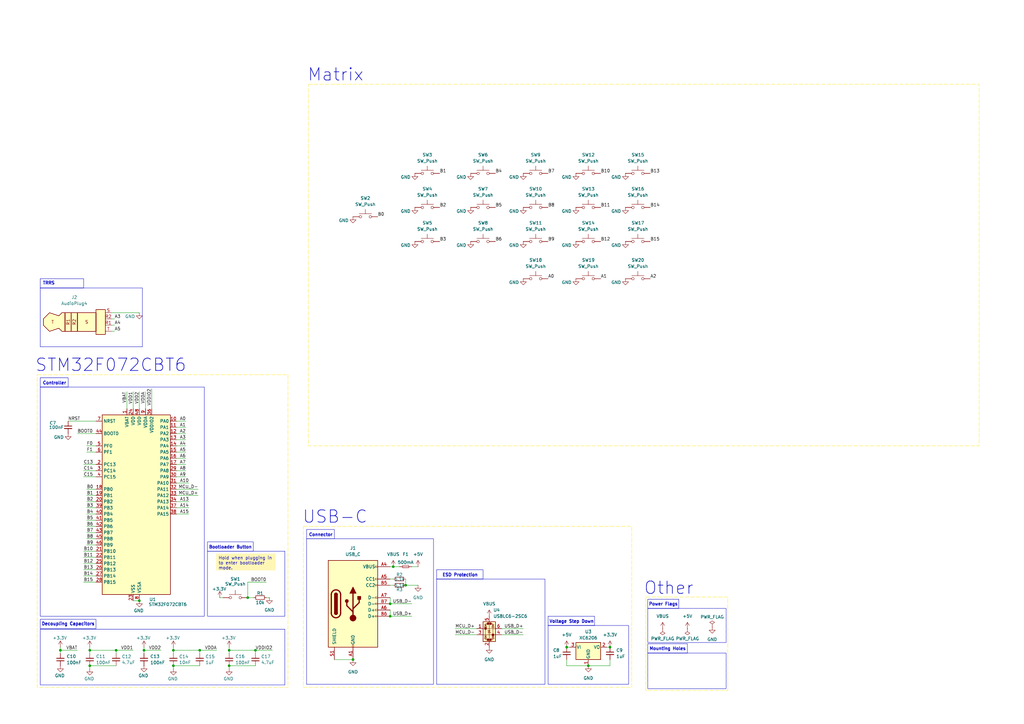
<source format=kicad_sch>
(kicad_sch (version 20231120) (generator "eeschema") (generator_version "8.0")
  (paper "A3")
  (title_block (rev "V1.0.0"))
  (lib_symbols
    (symbol "Connector:USB_C_Receptacle_USB2.0_14P" (pin_names (offset 1.016))
      (property "Reference" "J" (at 0 22.225 0))
      (property "Value" "USB_C_Receptacle_USB2.0_14P" (at 0 19.685 0))
      (symbol "USB_C_Receptacle_USB2.0_14P_0_0"
        (rectangle (start -0.254 -17.78) (end 0.254 -16.764))
        (rectangle (start 10.16 -4.826) (end 9.144 -5.334))
        (rectangle (start 10.16 -2.286) (end 9.144 -2.794))
        (rectangle (start 10.16 0.254) (end 9.144 -0.254))
        (rectangle (start 10.16 2.794) (end 9.144 2.286))
        (rectangle (start 10.16 7.874) (end 9.144 7.366))
        (rectangle (start 10.16 10.414) (end 9.144 9.906))
        (rectangle (start 10.16 15.494) (end 9.144 14.986))
      )
      (symbol "USB_C_Receptacle_USB2.0_14P_0_1"
        (rectangle (start -10.16 17.78) (end 10.16 -17.78) (stroke (width 0.254)) (fill (type background)))
        (arc (start -8.89 -3.81) (mid -6.985 -5.7067) (end -5.08 -3.81) (stroke (width 0.508)))
        (arc (start -7.62 -3.81) (mid -6.985 -4.4423) (end -6.35 -3.81) (stroke (width 0.254)))
        (arc (start -7.62 -3.81) (mid -6.985 -4.4423) (end -6.35 -3.81) (stroke (width 0.254)) (fill (type outline)))
        (rectangle (start -7.62 -3.81) (end -6.35 3.81) (stroke (width 0.254)) (fill (type outline)))
        (arc (start -6.35 3.81) (mid -6.985 4.4423) (end -7.62 3.81) (stroke (width 0.254)))
        (arc (start -6.35 3.81) (mid -6.985 4.4423) (end -7.62 3.81) (stroke (width 0.254)) (fill (type outline)))
        (arc (start -5.08 3.81) (mid -6.985 5.7067) (end -8.89 3.81) (stroke (width 0.508)))
        (circle (center -2.54 1.143) (radius 0.635) (stroke (width 0.254)) (fill (type outline)))
        (circle (center 0 -5.842) (radius 1.27) (fill (type outline)))
        (polyline (pts (xy -8.89 -3.81) (xy -8.89 3.81)) (stroke (width 0.508)))
        (polyline (pts (xy -5.08 3.81) (xy -5.08 -3.81)) (stroke (width 0.508)))
        (polyline (pts (xy 0 -5.842) (xy 0 4.318)) (stroke (width 0.508)))
        (polyline (pts (xy 0 -3.302) (xy -2.54 -0.762) (xy -2.54 0.508)) (stroke (width 0.508)))
        (polyline (pts (xy 0 -2.032) (xy 2.54 0.508) (xy 2.54 1.778)) (stroke (width 0.508)))
        (polyline (pts (xy -1.27 4.318) (xy 0 6.858) (xy 1.27 4.318) (xy -1.27 4.318)) (stroke (width 0.254)) (fill (type outline)))
        (rectangle (start 1.905 1.778) (end 3.175 3.048) (stroke (width 0.254)) (fill (type outline)))
      )
      (symbol "USB_C_Receptacle_USB2.0_14P_1_1"
        (pin passive line (at 0 -22.86 90) (length 5.08) (name "GND") (number "A1"))
        (pin passive line (at 0 -22.86 90) (length 5.08) hide (name "GND") (number "A12"))
        (pin passive line (at 15.24 15.24 180) (length 5.08) (name "VBUS") (number "A4"))
        (pin bidirectional line (at 15.24 10.16 180) (length 5.08) (name "CC1") (number "A5"))
        (pin bidirectional line (at 15.24 -2.54 180) (length 5.08) (name "D+") (number "A6"))
        (pin bidirectional line (at 15.24 2.54 180) (length 5.08) (name "D-") (number "A7"))
        (pin passive line (at 15.24 15.24 180) (length 5.08) hide (name "VBUS") (number "A9"))
        (pin passive line (at 0 -22.86 90) (length 5.08) hide (name "GND") (number "B1"))
        (pin passive line (at 0 -22.86 90) (length 5.08) hide (name "GND") (number "B12"))
        (pin passive line (at 15.24 15.24 180) (length 5.08) hide (name "VBUS") (number "B4"))
        (pin bidirectional line (at 15.24 7.62 180) (length 5.08) (name "CC2") (number "B5"))
        (pin bidirectional line (at 15.24 -5.08 180) (length 5.08) (name "D+") (number "B6"))
        (pin bidirectional line (at 15.24 0 180) (length 5.08) (name "D-") (number "B7"))
        (pin passive line (at 15.24 15.24 180) (length 5.08) hide (name "VBUS") (number "B9"))
        (pin passive line (at -7.62 -22.86 90) (length 5.08) (name "SHIELD") (number "S1"))
      )
    )
    (symbol "Connector_Audio:AudioPlug4"
      (property "Reference" "J" (at 10.16 5.08 0))
      (property "Value" "AudioPlug4" (at 11.43 -7.62 0))
      (symbol "AudioPlug4_0_0"
        (text "R1" (at -2.54 -1.27 900) (effects (font (size 1.27 1.27))))
        (text "R2" (at 0 -1.27 900) (effects (font (size 1.27 1.27))))
        (text "S" (at 5.08 -1.27 0) (effects (font (size 1.27 1.27))))
        (text "T" (at -8.89 -1.27 0) (effects (font (size 1.27 1.27))))
      )
      (symbol "AudioPlug4_0_1"
        (rectangle (start -1.27 2.54) (end -3.81 -5.08) (stroke (width 0.254)) (fill (type background)))
        (polyline (pts (xy -3.81 2.54) (xy -5.08 2.54) (xy -6.35 1.27) (xy -10.16 2.54) (xy -12.7 0) (xy -12.7 -2.54) (xy -10.16 -5.08) (xy -6.35 -3.81) (xy -5.08 -5.08) (xy -3.81 -5.08) (xy -3.81 2.54)) (stroke (width 0.254)) (fill (type background)))
        (rectangle (start 1.27 2.54) (end -1.27 -5.08) (stroke (width 0.254)) (fill (type background)))
        (rectangle (start 1.27 2.54) (end 8.89 -5.08) (stroke (width 0.254)) (fill (type background)))
        (rectangle (start 12.7 3.81) (end 8.89 -6.35) (stroke (width 0.254)) (fill (type background)))
      )
      (symbol "AudioPlug4_1_1"
        (pin passive line (at 15.24 -2.54 180) (length 2.54) (name "~") (number "R1"))
        (pin passive line (at 15.24 0 180) (length 2.54) (name "~") (number "R2"))
        (pin passive line (at 15.24 2.54 180) (length 2.54) (name "~") (number "S"))
        (pin passive line (at 15.24 -5.08 180) (length 2.54) (name "~") (number "T"))
      )
    )
    (symbol "Device:C_Small" (pin_numbers hide) (pin_names (offset 0.254) hide)
      (property "Reference" "C" (at 0.254 1.778 0))
      (property "Value" "C_Small" (at 0.254 -2.032 0))
      (symbol "C_Small_0_1"
        (polyline (pts (xy -1.524 -0.508) (xy 1.524 -0.508)) (stroke (width 0.3302)))
        (polyline (pts (xy -1.524 0.508) (xy 1.524 0.508)) (stroke (width 0.3048)))
      )
      (symbol "C_Small_1_1"
        (pin passive line (at 0 2.54 270) (length 2.032) (name "~") (number "1"))
        (pin passive line (at 0 -2.54 90) (length 2.032) (name "~") (number "2"))
      )
    )
    (symbol "Device:Fuse_Small" (pin_numbers hide) (pin_names (offset 0.254) hide)
      (property "Reference" "F" (at 0 -1.524 0))
      (property "Value" "Fuse_Small" (at 0 1.524 0))
      (symbol "Fuse_Small_0_1"
        (rectangle (start -1.27 0.508) (end 1.27 -0.508))
        (polyline (pts (xy -1.27 0) (xy 1.27 0)))
      )
      (symbol "Fuse_Small_1_1"
        (pin passive line (at -2.54 0 0) (length 1.27) (name "~") (number "1"))
        (pin passive line (at 2.54 0 180) (length 1.27) (name "~") (number "2"))
      )
    )
    (symbol "Device:R_Small" (pin_numbers hide) (pin_names (offset 0.254) hide)
      (property "Reference" "R" (at 0.762 0.508 0))
      (property "Value" "R_Small" (at 0.762 -1.016 0))
      (symbol "R_Small_0_1"
        (rectangle (start -0.762 1.778) (end 0.762 -1.778) (stroke (width 0.2032)))
      )
      (symbol "R_Small_1_1"
        (pin passive line (at 0 2.54 270) (length 0.762) (name "~") (number "1"))
        (pin passive line (at 0 -2.54 90) (length 0.762) (name "~") (number "2"))
      )
    )
    (symbol "MCU_ST_STM32F0:STM32F072CBTx"
      (property "Reference" "U" (at -12.7 39.37 0))
      (property "Value" "STM32F072CBTx" (at 10.16 39.37 0))
      (symbol "STM32F072CBTx_0_1"
        (rectangle (start -12.7 -35.56) (end 15.24 38.1) (stroke (width 0.254)) (fill (type background)))
      )
      (symbol "STM32F072CBTx_1_1"
        (pin power_in line (at -2.54 40.64 270) (length 2.54) (name "VBAT") (number "1"))
        (pin bidirectional line (at 17.78 35.56 180) (length 2.54) (name "PA0") (number "10"))
        (pin bidirectional line (at 17.78 33.02 180) (length 2.54) (name "PA1") (number "11"))
        (pin bidirectional line (at 17.78 30.48 180) (length 2.54) (name "PA2") (number "12"))
        (pin bidirectional line (at 17.78 27.94 180) (length 2.54) (name "PA3") (number "13"))
        (pin bidirectional line (at 17.78 25.4 180) (length 2.54) (name "PA4") (number "14"))
        (pin bidirectional line (at 17.78 22.86 180) (length 2.54) (name "PA5") (number "15"))
        (pin bidirectional line (at 17.78 20.32 180) (length 2.54) (name "PA6") (number "16"))
        (pin bidirectional line (at 17.78 17.78 180) (length 2.54) (name "PA7") (number "17"))
        (pin bidirectional line (at -15.24 7.62 0) (length 2.54) (name "PB0") (number "18"))
        (pin bidirectional line (at -15.24 5.08 0) (length 2.54) (name "PB1") (number "19"))
        (pin bidirectional line (at -15.24 17.78 0) (length 2.54) (name "PC13") (number "2"))
        (pin bidirectional line (at -15.24 2.54 0) (length 2.54) (name "PB2") (number "20"))
        (pin bidirectional line (at -15.24 -17.78 0) (length 2.54) (name "PB10") (number "21"))
        (pin bidirectional line (at -15.24 -20.32 0) (length 2.54) (name "PB11") (number "22"))
        (pin power_in line (at 0 -38.1 90) (length 2.54) (name "VSS") (number "23"))
        (pin power_in line (at 0 40.64 270) (length 2.54) (name "VDD") (number "24"))
        (pin bidirectional line (at -15.24 -22.86 0) (length 2.54) (name "PB12") (number "25"))
        (pin bidirectional line (at -15.24 -25.4 0) (length 2.54) (name "PB13") (number "26"))
        (pin bidirectional line (at -15.24 -27.94 0) (length 2.54) (name "PB14") (number "27"))
        (pin bidirectional line (at -15.24 -30.48 0) (length 2.54) (name "PB15") (number "28"))
        (pin bidirectional line (at 17.78 15.24 180) (length 2.54) (name "PA8") (number "29"))
        (pin bidirectional line (at -15.24 15.24 0) (length 2.54) (name "PC14") (number "3"))
        (pin bidirectional line (at 17.78 12.7 180) (length 2.54) (name "PA9") (number "30"))
        (pin bidirectional line (at 17.78 10.16 180) (length 2.54) (name "PA10") (number "31"))
        (pin bidirectional line (at 17.78 7.62 180) (length 2.54) (name "PA11") (number "32"))
        (pin bidirectional line (at 17.78 5.08 180) (length 2.54) (name "PA12") (number "33"))
        (pin bidirectional line (at 17.78 2.54 180) (length 2.54) (name "PA13") (number "34"))
        (pin passive line (at 0 -38.1 90) (length 2.54) hide (name "VSS") (number "35"))
        (pin power_in line (at 7.62 40.64 270) (length 2.54) (name "VDDIO2") (number "36"))
        (pin bidirectional line (at 17.78 0 180) (length 2.54) (name "PA14") (number "37"))
        (pin bidirectional line (at 17.78 -2.54 180) (length 2.54) (name "PA15") (number "38"))
        (pin bidirectional line (at -15.24 0 0) (length 2.54) (name "PB3") (number "39"))
        (pin bidirectional line (at -15.24 12.7 0) (length 2.54) (name "PC15") (number "4"))
        (pin bidirectional line (at -15.24 -2.54 0) (length 2.54) (name "PB4") (number "40"))
        (pin bidirectional line (at -15.24 -5.08 0) (length 2.54) (name "PB5") (number "41"))
        (pin bidirectional line (at -15.24 -7.62 0) (length 2.54) (name "PB6") (number "42"))
        (pin bidirectional line (at -15.24 -10.16 0) (length 2.54) (name "PB7") (number "43"))
        (pin input line (at -15.24 30.48 0) (length 2.54) (name "BOOT0") (number "44"))
        (pin bidirectional line (at -15.24 -12.7 0) (length 2.54) (name "PB8") (number "45"))
        (pin bidirectional line (at -15.24 -15.24 0) (length 2.54) (name "PB9") (number "46"))
        (pin passive line (at 0 -38.1 90) (length 2.54) hide (name "VSS") (number "47"))
        (pin power_in line (at 2.54 40.64 270) (length 2.54) (name "VDD") (number "48"))
        (pin bidirectional line (at -15.24 25.4 0) (length 2.54) (name "PF0") (number "5"))
        (pin bidirectional line (at -15.24 22.86 0) (length 2.54) (name "PF1") (number "6"))
        (pin input line (at -15.24 35.56 0) (length 2.54) (name "NRST") (number "7"))
        (pin power_in line (at 2.54 -38.1 90) (length 2.54) (name "VSSA") (number "8"))
        (pin power_in line (at 5.08 40.64 270) (length 2.54) (name "VDDA") (number "9"))
      )
    )
    (symbol "Power_Protection:USBLC6-2SC6" (pin_names hide)
      (property "Reference" "U" (at 0.635 5.715 0))
      (property "Value" "USBLC6-2SC6" (at 0.635 3.81 0))
      (symbol "USBLC6-2SC6_0_0"
        (circle (center -1.524 0) (radius 0.0001) (stroke (width 0.508)))
        (circle (center -0.508 -4.572) (radius 0.0001) (stroke (width 0.508)))
        (circle (center -0.508 2.032) (radius 0.0001) (stroke (width 0.508)))
        (circle (center 0.508 -4.572) (radius 0.0001) (stroke (width 0.508)))
        (circle (center 0.508 2.032) (radius 0.0001) (stroke (width 0.508)))
        (circle (center 1.524 -2.54) (radius 0.0001) (stroke (width 0.508)))
      )
      (symbol "USBLC6-2SC6_0_1"
        (polyline (pts (xy -2.54 -2.54) (xy 2.54 -2.54)))
        (polyline (pts (xy -2.54 0) (xy 2.54 0)))
        (polyline (pts (xy -2.032 -3.048) (xy -1.016 -3.048)))
        (polyline (pts (xy -1.016 1.524) (xy -2.032 1.524)))
        (polyline (pts (xy 1.016 -3.048) (xy 2.032 -3.048)))
        (polyline (pts (xy 1.016 1.524) (xy 2.032 1.524)))
        (polyline (pts (xy -0.508 -1.143) (xy -0.508 -0.762) (xy 0.508 -0.762)))
        (polyline (pts (xy -2.032 0.508) (xy -1.016 0.508) (xy -1.524 1.524) (xy -2.032 0.508)))
        (polyline (pts (xy -1.016 -4.064) (xy -2.032 -4.064) (xy -1.524 -3.048) (xy -1.016 -4.064)))
        (polyline (pts (xy 0.508 -1.778) (xy -0.508 -1.778) (xy 0 -0.762) (xy 0.508 -1.778)))
        (polyline (pts (xy 2.032 -4.064) (xy 1.016 -4.064) (xy 1.524 -3.048) (xy 2.032 -4.064)))
        (polyline (pts (xy 2.032 0.508) (xy 1.016 0.508) (xy 1.524 1.524) (xy 2.032 0.508)))
        (polyline (pts (xy 0 2.54) (xy -0.508 2.032) (xy 0.508 2.032) (xy 0 1.524) (xy 0 -4.064) (xy -0.508 -4.572) (xy 0.508 -4.572) (xy 0 -5.08)))
      )
      (symbol "USBLC6-2SC6_1_1"
        (rectangle (start -2.54 2.794) (end 2.54 -5.334) (stroke (width 0.254)) (fill (type background)))
        (polyline (pts (xy -0.508 2.032) (xy -1.524 2.032) (xy -1.524 -4.572) (xy -0.508 -4.572)))
        (polyline (pts (xy 0.508 -4.572) (xy 1.524 -4.572) (xy 1.524 2.032) (xy 0.508 2.032)))
        (pin passive line (at -5.08 0 0) (length 2.54) (name "I/O1") (number "1"))
        (pin passive line (at 0 -7.62 90) (length 2.54) (name "GND") (number "2"))
        (pin passive line (at -5.08 -2.54 0) (length 2.54) (name "I/O2") (number "3"))
        (pin passive line (at 5.08 -2.54 180) (length 2.54) (name "I/O2") (number "4"))
        (pin passive line (at 0 5.08 270) (length 2.54) (name "VBUS") (number "5"))
        (pin passive line (at 5.08 0 180) (length 2.54) (name "I/O1") (number "6"))
      )
    )
    (symbol "Regulator_Linear:XC6206PxxxMR" (pin_names (offset 0.254))
      (property "Reference" "U" (at -3.81 3.175 0))
      (property "Value" "XC6206PxxxMR" (at 0 3.175 0))
      (symbol "XC6206PxxxMR_0_1"
        (rectangle (start -5.08 1.905) (end 5.08 -5.08) (stroke (width 0.254)) (fill (type background)))
      )
      (symbol "XC6206PxxxMR_1_1"
        (pin power_in line (at 0 -7.62 90) (length 2.54) (name "GND") (number "1"))
        (pin power_out line (at 7.62 0 180) (length 2.54) (name "VO") (number "2"))
        (pin power_in line (at -7.62 0 0) (length 2.54) (name "VI") (number "3"))
      )
    )
    (symbol "Switch:SW_Push" (pin_numbers hide) (pin_names (offset 1.016) hide)
      (property "Reference" "SW" (at 1.27 2.54 0))
      (property "Value" "SW_Push" (at 0 -1.524 0))
      (symbol "SW_Push_0_1"
        (circle (center -2.032 0) (radius 0.508))
        (polyline (pts (xy 0 1.27) (xy 0 3.048)))
        (polyline (pts (xy 2.54 1.27) (xy -2.54 1.27)))
        (circle (center 2.032 0) (radius 0.508))
        (pin passive line (at -5.08 0 0) (length 2.54) (name "1") (number "1"))
        (pin passive line (at 5.08 0 180) (length 2.54) (name "2") (number "2"))
      )
    )
    (symbol "power:+3.3V" (power) (pin_numbers hide) (pin_names (offset 0) hide)
      (property "Value" "+3.3V" (at 0 3.556 0))
      (symbol "+3.3V_0_1"
        (polyline (pts (xy -0.762 1.27) (xy 0 2.54)))
        (polyline (pts (xy 0 0) (xy 0 2.54)))
        (polyline (pts (xy 0 2.54) (xy 0.762 1.27)))
      )
      (symbol "+3.3V_1_1"
        (pin power_in line (at 0 0 90) (length 0) (name "~") (number "1"))
      )
    )
    (symbol "power:+5V" (power) (pin_numbers hide) (pin_names (offset 0) hide)
      (property "Value" "+5V" (at 0 3.556 0))
      (symbol "+5V_0_1"
        (polyline (pts (xy -0.762 1.27) (xy 0 2.54)))
        (polyline (pts (xy 0 0) (xy 0 2.54)))
        (polyline (pts (xy 0 2.54) (xy 0.762 1.27)))
      )
      (symbol "+5V_1_1"
        (pin power_in line (at 0 0 90) (length 0) (name "~") (number "1"))
      )
    )
    (symbol "power:GND" (power) (pin_numbers hide) (pin_names (offset 0) hide)
      (property "Value" "GND" (at 0 -3.81 0))
      (symbol "GND_0_1"
        (polyline (pts (xy 0 0) (xy 0 -1.27) (xy 1.27 -1.27) (xy 0 -2.54) (xy -1.27 -1.27) (xy 0 -1.27)))
      )
      (symbol "GND_1_1"
        (pin power_in line (at 0 0 270) (length 0) (name "~") (number "1"))
      )
    )
    (symbol "power:PWR_FLAG" (power) (pin_numbers hide) (pin_names (offset 0) hide)
      (property "Value" "PWR_FLAG" (at 0 3.81 0))
      (symbol "PWR_FLAG_0_0"
        (pin power_out line (at 0 0 90) (length 0) (name "~") (number "1"))
      )
      (symbol "PWR_FLAG_0_1"
        (polyline (pts (xy 0 0) (xy 0 1.27) (xy -1.016 1.905) (xy 0 2.54) (xy 1.016 1.905) (xy 0 1.27)))
      )
    )
    (symbol "power:VBUS" (power) (pin_numbers hide) (pin_names (offset 0) hide)
      (property "Value" "VBUS" (at 0 3.556 0))
      (symbol "VBUS_0_1"
        (polyline (pts (xy -0.762 1.27) (xy 0 2.54)))
        (polyline (pts (xy 0 0) (xy 0 2.54)))
        (polyline (pts (xy 0 2.54) (xy 0.762 1.27)))
      )
      (symbol "VBUS_1_1"
        (pin power_in line (at 0 0 90) (length 0) (name "~") (number "1"))
      )
    )
  )
  (junction (at 71.12 273.05))
  (junction (at 161.29 232.41))
  (junction (at 232.41 265.43))
  (junction (at 47.625 266.7))
  (junction (at 59.055 266.7))
  (junction (at 57.15 246.38))
  (junction (at 144.78 270.51))
  (junction (at 36.83 273.05))
  (junction (at 160.02 247.65))
  (junction (at 101.6 245.11))
  (junction (at 160.02 252.73))
  (junction (at 104.775 266.7))
  (junction (at 24.765 266.7))
  (junction (at 93.98 273.05))
  (junction (at 36.83 266.7))
  (junction (at 81.915 266.7))
  (junction (at 166.37 240.03))
  (junction (at 71.12 266.7))
  (junction (at 241.3 273.05))
  (junction (at 250.19 265.43))
  (junction (at 93.98 266.7))
  (wire (pts (xy 34.29 231.14) (xy 39.37 231.14)))
  (wire (pts (xy 34.29 238.76) (xy 39.37 238.76)))
  (wire (pts (xy 45.72 135.89) (xy 46.99 135.89)))
  (wire (pts (xy 71.12 266.7) (xy 71.12 267.97)))
  (wire (pts (xy 34.29 193.04) (xy 39.37 193.04)))
  (wire (pts (xy 160.02 250.19) (xy 160.02 252.73)))
  (wire (pts (xy 160.02 232.41) (xy 161.29 232.41)))
  (wire (pts (xy 52.07 160.655) (xy 52.07 167.64)))
  (wire (pts (xy 27.94 172.72) (xy 39.37 172.72)))
  (wire (pts (xy 76.2 193.04) (xy 72.39 193.04)))
  (wire (pts (xy 248.92 265.43) (xy 250.19 265.43)))
  (wire (pts (xy 76.2 185.42) (xy 72.39 185.42)))
  (wire (pts (xy 24.765 266.7) (xy 24.765 267.97)))
  (wire (pts (xy 101.6 245.11) (xy 104.14 245.11)))
  (wire (pts (xy 47.625 266.7) (xy 47.625 267.97)))
  (wire (pts (xy 81.28 200.66) (xy 72.39 200.66)))
  (wire (pts (xy 24.765 265.43) (xy 24.765 266.7)))
  (wire (pts (xy 137.16 270.51) (xy 144.78 270.51)))
  (wire (pts (xy 166.37 237.49) (xy 166.37 240.03)))
  (wire (pts (xy 76.2 195.58) (xy 72.39 195.58)))
  (wire (pts (xy 160.02 245.11) (xy 160.02 247.65)))
  (wire (pts (xy 168.91 232.41) (xy 171.45 232.41)))
  (wire (pts (xy 241.3 273.05) (xy 250.19 273.05)))
  (wire (pts (xy 35.56 218.44) (xy 39.37 218.44)))
  (wire (pts (xy 35.56 213.36) (xy 39.37 213.36)))
  (wire (pts (xy 93.98 273.05) (xy 104.775 273.05)))
  (wire (pts (xy 36.83 273.05) (xy 47.625 273.05)))
  (wire (pts (xy 45.72 128.27) (xy 57.15 128.27)))
  (wire (pts (xy 77.47 210.82) (xy 72.39 210.82)))
  (wire (pts (xy 35.56 203.2) (xy 39.37 203.2)))
  (wire (pts (xy 34.29 228.6) (xy 39.37 228.6)))
  (wire (pts (xy 160.02 237.49) (xy 161.29 237.49)))
  (wire (pts (xy 76.2 180.34) (xy 72.39 180.34)))
  (wire (pts (xy 250.19 270.51) (xy 250.19 273.05)))
  (wire (pts (xy 232.41 265.43) (xy 233.68 265.43)))
  (wire (pts (xy 35.56 182.88) (xy 39.37 182.88)))
  (wire (pts (xy 45.72 133.35) (xy 46.99 133.35)))
  (wire (pts (xy 76.2 172.72) (xy 72.39 172.72)))
  (wire (pts (xy 186.69 257.81) (xy 195.58 257.81)))
  (wire (pts (xy 66.04 266.7) (xy 59.055 266.7)))
  (wire (pts (xy 109.22 245.11) (xy 110.49 245.11)))
  (wire (pts (xy 161.29 232.41) (xy 163.83 232.41)))
  (wire (pts (xy 104.775 266.7) (xy 111.76 266.7)))
  (wire (pts (xy 54.61 246.38) (xy 57.15 246.38)))
  (wire (pts (xy 36.83 274.32) (xy 36.83 273.05)))
  (wire (pts (xy 59.69 160.655) (xy 59.69 167.64)))
  (wire (pts (xy 62.23 159.385) (xy 62.23 167.64)))
  (wire (pts (xy 35.56 208.28) (xy 39.37 208.28)))
  (wire (pts (xy 34.29 226.06) (xy 39.37 226.06)))
  (wire (pts (xy 34.29 233.68) (xy 39.37 233.68)))
  (wire (pts (xy 93.98 265.43) (xy 93.98 266.7)))
  (wire (pts (xy 71.12 274.32) (xy 71.12 273.05)))
  (wire (pts (xy 214.63 260.35) (xy 205.74 260.35)))
  (wire (pts (xy 186.69 260.35) (xy 195.58 260.35)))
  (wire (pts (xy 35.56 205.74) (xy 39.37 205.74)))
  (wire (pts (xy 76.2 175.26) (xy 72.39 175.26)))
  (wire (pts (xy 34.29 236.22) (xy 39.37 236.22)))
  (wire (pts (xy 36.83 265.43) (xy 36.83 266.7)))
  (wire (pts (xy 77.47 208.28) (xy 72.39 208.28)))
  (wire (pts (xy 57.15 160.655) (xy 57.15 167.64)))
  (wire (pts (xy 93.98 266.7) (xy 93.98 267.97)))
  (wire (pts (xy 214.63 257.81) (xy 205.74 257.81)))
  (wire (pts (xy 232.41 273.05) (xy 241.3 273.05)))
  (wire (pts (xy 101.6 238.76) (xy 101.6 245.11)))
  (wire (pts (xy 46.99 130.81) (xy 45.72 130.81)))
  (wire (pts (xy 47.625 266.7) (xy 54.61 266.7)))
  (wire (pts (xy 168.91 247.65) (xy 160.02 247.65)))
  (wire (pts (xy 168.91 252.73) (xy 160.02 252.73)))
  (wire (pts (xy 81.28 203.2) (xy 72.39 203.2)))
  (wire (pts (xy 59.055 266.7) (xy 59.055 267.97)))
  (wire (pts (xy 76.2 190.5) (xy 72.39 190.5)))
  (wire (pts (xy 76.2 182.88) (xy 72.39 182.88)))
  (wire (pts (xy 35.56 185.42) (xy 39.37 185.42)))
  (wire (pts (xy 71.12 273.05) (xy 81.915 273.05)))
  (wire (pts (xy 232.41 270.51) (xy 232.41 273.05)))
  (wire (pts (xy 34.29 195.58) (xy 39.37 195.58)))
  (wire (pts (xy 59.055 265.43) (xy 59.055 266.7)))
  (wire (pts (xy 76.2 177.8) (xy 72.39 177.8)))
  (wire (pts (xy 90.17 245.11) (xy 91.44 245.11)))
  (wire (pts (xy 93.98 274.32) (xy 93.98 273.05)))
  (wire (pts (xy 71.12 265.43) (xy 71.12 266.7)))
  (wire (pts (xy 36.83 266.7) (xy 47.625 266.7)))
  (wire (pts (xy 109.22 238.76) (xy 101.6 238.76)))
  (wire (pts (xy 35.56 223.52) (xy 39.37 223.52)))
  (wire (pts (xy 104.775 266.7) (xy 104.775 267.97)))
  (wire (pts (xy 81.915 266.7) (xy 81.915 267.97)))
  (wire (pts (xy 35.56 210.82) (xy 39.37 210.82)))
  (wire (pts (xy 36.83 266.7) (xy 36.83 267.97)))
  (wire (pts (xy 160.02 240.03) (xy 161.29 240.03)))
  (wire (pts (xy 31.75 266.7) (xy 24.765 266.7)))
  (wire (pts (xy 54.61 160.655) (xy 54.61 167.64)))
  (wire (pts (xy 71.12 266.7) (xy 81.915 266.7)))
  (wire (pts (xy 81.915 266.7) (xy 88.9 266.7)))
  (wire (pts (xy 77.47 198.12) (xy 72.39 198.12)))
  (wire (pts (xy 77.47 205.74) (xy 72.39 205.74)))
  (wire (pts (xy 35.56 220.98) (xy 39.37 220.98)))
  (wire (pts (xy 76.2 187.96) (xy 72.39 187.96)))
  (wire (pts (xy 31.75 177.8) (xy 39.37 177.8)))
  (wire (pts (xy 34.29 190.5) (xy 39.37 190.5)))
  (wire (pts (xy 166.37 240.03) (xy 171.45 240.03)))
  (wire (pts (xy 35.56 200.66) (xy 39.37 200.66)))
  (wire (pts (xy 93.98 266.7) (xy 104.775 266.7)))
  (wire (pts (xy 35.56 215.9) (xy 39.37 215.9)))
  (rectangle (start 179.07 237.49) (end 223.52 280.67))
  (rectangle (start 16.51 258.064) (end 116.84 280.924))
  (rectangle (start 125.73 217.17) (end 137.16 220.98))
  (rectangle (start 265.684 264.033) (end 281.94 267.843))
  (rectangle (start 224.79 256.54) (end 257.81 280.67))
  (rectangle (start 15.24 153.67) (end 118.11 281.94) (stroke (width 0) (type dash) (color 255 229 36 1)))
  (rectangle (start 16.51 154.94) (end 27.94 158.75))
  (rectangle (start 265.684 245.745) (end 278.384 249.555))
  (rectangle (start 16.51 118.11) (end 58.42 142.24))
  (rectangle (start 124.46 215.9) (end 259.08 281.94) (stroke (width 0) (type dash) (color 255 229 36 1)))
  (rectangle (start 85.09 222.25) (end 103.886 226.06))
  (rectangle (start 265.684 267.843) (end 297.815 282.448))
  (rectangle (start 264.922 244.856) (end 298.45 283.21) (stroke (width 0) (type dash) (color 255 229 36 1)))
  (rectangle (start 224.79 252.73) (end 243.84 256.54))
  (rectangle (start 85.09 226.06) (end 116.84 252.73))
  (rectangle (start 179.07 233.68) (end 198.12 237.49))
  (rectangle (start 126.492 34.544) (end 401.574 182.88) (stroke (width 0) (type dash) (color 255 229 36 1)))
  (rectangle (start 16.51 158.75) (end 83.82 252.73))
  (rectangle (start 125.73 220.98) (end 177.8 280.67))
  (rectangle (start 265.684 249.555) (end 297.815 263.525))
  (rectangle (start 16.51 254) (end 39.37 257.81))
  (text_box "TRRS" (at 16.51 114.3 0) (size 17.78 3.81) (effects (font (size 1.27 1.27) (bold yes)) (justify left top)))
  (text_box "Hold when plugging in to enter bootloader mode." (at 88.646 227.076 0) (size 24.384 6.858) (stroke (width -0.0001)) (fill (type color) (color 255 229 36 0.33)) (effects (font (size 1.27 1.27)) (justify left top)))
  (text "STM32F072CBT6" (at 45.466 149.86 0) (effects (font (size 5.08 5.08) (thickness 0.254) (bold yes))))
  (text "USB-C\n" (at 137.414 212.09 0) (effects (font (size 5.08 5.08) (thickness 0.254) (bold yes))))
  (text "Mounting Holes" (at 273.812 266.192 0) (effects (font (size 1.27 1.27) (thickness 0.254) (bold yes))))
  (text "Decoupling Capacitors" (at 27.94 256.032 0) (effects (font (size 1.27 1.27) (thickness 0.254) (bold yes))))
  (text "Controller\n" (at 22.352 157.226 0) (effects (font (size 1.27 1.27) (thickness 0.254) (bold yes))))
  (text "ESD Protection" (at 188.722 235.966 0) (effects (font (size 1.27 1.27) (thickness 0.254) (bold yes))))
  (text "Power Flags" (at 272.034 247.904 0) (effects (font (size 1.27 1.27) (thickness 0.254) (bold yes))))
  (text "Voltage Step Down" (at 234.442 255.016 0) (effects (font (size 1.27 1.27) (thickness 0.254) (bold yes))))
  (text "Other" (at 274.32 241.3 0) (effects (font (size 5.08 5.08) (thickness 0.254) (bold yes))))
  (text "Bootloader Button" (at 94.488 224.536 0) (effects (font (size 1.27 1.27) (thickness 0.254) (bold yes))))
  (text "Matrix" (at 137.668 30.734 0) (effects (font (size 5.08 5.08) (thickness 0.254) (bold yes))))
  (text "Connector\n" (at 131.572 219.456 0) (effects (font (size 1.27 1.27) (thickness 0.254) (bold yes))))
  (label "A7" (at 76.2 190.5 180))
  (label "A6" (at 76.2 187.96 180))
  (label "A10" (at 77.47 198.12 180))
  (label "B2" (at 180.34 85.09 0))
  (label "B0" (at 35.56 200.66 0))
  (label "B12" (at 246.38 99.06 0))
  (label "B15" (at 266.7 99.06 0))
  (label "B6" (at 35.56 215.9 0))
  (label "MCU_D-" (at 81.28 200.66 180))
  (label "A3" (at 76.2 180.34 180))
  (label "A3" (at 46.99 130.81 0))
  (label "B14" (at 266.7 85.09 0))
  (label "B7" (at 35.56 218.44 0))
  (label "B6" (at 203.2 99.06 0))
  (label "A15" (at 77.47 210.82 180))
  (label "VBAT" (at 31.75 266.7 180))
  (label "A5" (at 76.2 185.42 180))
  (label "B10" (at 246.38 71.12 0))
  (label "B5" (at 35.56 213.36 0))
  (label "B1" (at 35.56 203.2 0))
  (label "A1" (at 246.38 114.3 0))
  (label "B9" (at 35.56 223.52 0))
  (label "VDDIO2" (at 62.23 159.385 270))
  (label "USB_D+" (at 168.91 252.73 180))
  (label "B11" (at 34.29 228.6 0))
  (label "B4" (at 35.56 210.82 0))
  (label "B13" (at 266.7 71.12 0))
  (label "MCU_D+" (at 81.28 203.2 180))
  (label "B8" (at 224.79 85.09 0))
  (label "A14" (at 77.47 208.28 180))
  (label "NRST" (at 27.94 172.72 0))
  (label "VDDIO2" (at 111.76 266.7 180))
  (label "VDD2" (at 57.15 160.655 270))
  (label "A2" (at 76.2 177.8 180))
  (label "VDDA" (at 59.69 160.655 270))
  (label "F0" (at 35.56 182.88 0))
  (label "BOOT0" (at 109.22 238.76 180))
  (label "B15" (at 34.29 238.76 0))
  (label "F1" (at 35.56 185.42 0))
  (label "A13" (at 77.47 205.74 180))
  (label "B12" (at 34.29 231.14 0))
  (label "B3" (at 180.34 99.06 0))
  (label "A9" (at 76.2 195.58 180))
  (label "A8" (at 76.2 193.04 180))
  (label "C13" (at 34.29 190.5 0))
  (label "B8" (at 35.56 220.98 0))
  (label "USB_D-" (at 168.91 247.65 180))
  (label "MCU_D-" (at 186.69 260.35 0))
  (label "B4" (at 203.2 71.12 0))
  (label "B0" (at 154.94 88.9 0))
  (label "BOOT0" (at 31.75 177.8 0))
  (label "B1" (at 180.34 71.12 0))
  (label "A1" (at 76.2 175.26 180))
  (label "B2" (at 35.56 205.74 0))
  (label "B9" (at 224.79 99.06 0))
  (label "C15" (at 34.29 195.58 0))
  (label "B13" (at 34.29 233.68 0))
  (label "A5" (at 46.99 135.89 0))
  (label "VDD1" (at 54.61 160.655 270))
  (label "B11" (at 246.38 85.09 0))
  (label "VDDA" (at 88.9 266.7 180))
  (label "VDD2" (at 66.04 266.7 180))
  (label "B3" (at 35.56 208.28 0))
  (label "B10" (at 34.29 226.06 0))
  (label "B5" (at 203.2 85.09 0))
  (label "USB_D-" (at 214.63 260.35 180))
  (label "VBAT" (at 52.07 160.655 270))
  (label "A2" (at 266.7 114.3 0))
  (label "A4" (at 46.99 133.35 0))
  (label "A0" (at 76.2 172.72 180))
  (label "A0" (at 224.79 114.3 0))
  (label "B14" (at 34.29 236.22 0))
  (label "MCU_D+" (at 186.69 257.81 0))
  (label "A4" (at 76.2 182.88 180))
  (label "USB_D+" (at 214.63 257.81 180))
  (label "VDD1" (at 54.61 266.7 180))
  (label "C14" (at 34.29 193.04 0))
  (label "B7" (at 224.79 71.12 0))
  (symbol (lib_id "Switch:SW_Push") (at 219.71 85.09 0) (unit 1)
    (property "Reference" "SW10" (at 219.71 77.47 0))
    (property "Value" "SW_Push" (at 219.71 80.01 0))
    (property "Footprint" "keyswitches.pretty:SW_MX_reversible" (effects (hide yes)))
    (property "Description" "Push button switch, generic, two pins" (effects (hide yes)))
  )
  (symbol (lib_id "power:GND") (at 170.18 71.12 0) (unit 1)
    (property "Reference" "#PWR03" (effects (hide yes)))
    (property "Value" "GND" (at 166.37 72.644 0))
    (property "Description" "Power symbol creates a global label with name \"GND\" , ground" (effects (hide yes)))
  )
  (symbol (lib_id "power:GND") (at 214.63 114.3 0) (unit 1)
    (property "Reference" "#PWR043" (effects (hide yes)))
    (property "Value" "GND" (at 210.82 115.824 0))
    (property "Description" "Power symbol creates a global label with name \"GND\" , ground" (effects (hide yes)))
  )
  (symbol (lib_id "power:+3.3V") (at 93.98 265.43 0) (unit 1)
    (property "Reference" "#PWR024" (effects (hide yes)))
    (property "Value" "+3.3V" (at 93.726 261.62 0))
    (property "Description" "Power symbol creates a global label with name \"+3.3V\"" (effects (hide yes)))
  )
  (symbol (lib_id "power:+3.3V") (at 90.17 245.11 0) (unit 1)
    (property "Reference" "#PWR06" (effects (hide yes)))
    (property "Value" "+3.3V" (at 89.916 241.554 0))
    (property "Description" "Power symbol creates a global label with name \"+3.3V\"" (effects (hide yes)))
  )
  (symbol (lib_id "power:GND") (at 170.18 85.09 0) (unit 1)
    (property "Reference" "#PWR04" (effects (hide yes)))
    (property "Value" "GND" (at 166.37 86.614 0))
    (property "Description" "Power symbol creates a global label with name \"GND\" , ground" (effects (hide yes)))
  )
  (symbol (lib_id "MCU_ST_STM32F0:STM32F072CBTx") (at 54.61 208.28 0) (unit 1)
    (property "Reference" "U1" (at 61.214 245.872 0) (effects (justify left)))
    (property "Value" "STM32F072CBT6" (at 60.96 247.904 0) (effects (justify left)))
    (property "Footprint" "ScottoKeebs_Components:Package_LQFP-48_7x7mm_P0.5" (effects (hide yes)))
    (property "Datasheet" "https://www.st.com/resource/en/datasheet/stm32f072cb.pdf" (effects (hide yes)))
    (property "Description" "STMicroelectronics Arm Cortex-M0 MCU, 128KB flash, 16KB RAM, 48 MHz, 2.0-3.6V, 37 GPIO, LQFP48" (effects (hide yes)))
    (property "LCSC" "C81720" (effects (hide yes)))
    (property "JlcRotOffset" "-90" (effects (hide yes)))
  )
  (symbol (lib_id "Regulator_Linear:XC6206PxxxMR") (at 241.3 265.43 0) (unit 1)
    (property "Reference" "U3" (at 241.3 259.08 0))
    (property "Value" "XC6206" (at 241.3 261.62 0))
    (property "Footprint" "ScottoKeebs_Components:Voltage_SOT-23" (effects (hide yes)))
    (property "Datasheet" "https://www.torexsemi.com/file/xc6206/XC6206.pdf" (effects (hide yes)))
    (property "Description" "Positive 60-250mA Low Dropout Regulator, Fixed Output, SOT-23" (effects (hide yes)))
    (property "LCSC" "C5446" (effects (hide yes)))
    (property "JlcRotOffset" "180" (effects (hide yes)))
  )
  (symbol (lib_id "power:+5V") (at 171.45 232.41 0) (unit 1)
    (property "Reference" "#PWR010" (effects (hide yes)))
    (property "Value" "+5V" (at 171.45 227.33 0))
    (property "Description" "Power symbol creates a global label with name \"+5V\"" (effects (hide yes)))
  )
  (symbol (lib_id "power:GND") (at 57.15 246.38 0) (unit 1)
    (property "Reference" "#PWR02" (effects (hide yes)))
    (property "Value" "GND" (at 56.896 250.444 0))
    (property "Description" "Power symbol creates a global label with name \"GND\" , ground" (effects (hide yes)))
  )
  (symbol (lib_id "Device:R_Small") (at 106.68 245.11 270) (unit 1)
    (property "Reference" "R1" (at 106.68 243.332 90))
    (property "Value" "10k" (at 106.68 247.142 90))
    (property "Footprint" "ScottoKeebs_Components:Resistor_0402" (effects (hide yes)))
    (property "Description" "Resistor, small symbol" (effects (hide yes)))
    (property "LCSC" "C25744" (effects (hide yes)))
  )
  (symbol (lib_id "Switch:SW_Push") (at 261.62 114.3 0) (unit 1)
    (property "Reference" "SW20" (at 261.62 106.68 0))
    (property "Value" "SW_Push" (at 261.62 109.22 0))
    (property "Footprint" "keyswitches.pretty:SW_MX_reversible" (effects (hide yes)))
    (property "Description" "Push button switch, generic, two pins" (effects (hide yes)))
  )
  (symbol (lib_id "Device:C_Small") (at 36.83 270.51 180) (unit 1)
    (property "Reference" "C11" (at 39.37 269.2335 0) (effects (justify right)))
    (property "Value" "100nF" (at 39.37 271.7735 0) (effects (justify right)))
    (property "Footprint" "ScottoKeebs_Components:Capacitor_0402" (effects (hide yes)))
    (property "Description" "Unpolarized capacitor, small symbol" (effects (hide yes)))
    (property "LCSC" "C307331" (effects (hide yes)))
    (property "MPN" "CL05B104KB54PNC" (effects (hide yes)))
  )
  (symbol (lib_id "power:GND") (at 236.22 71.12 0) (unit 1)
    (property "Reference" "#PWR037" (effects (hide yes)))
    (property "Value" "GND" (at 232.41 72.644 0))
    (property "Description" "Power symbol creates a global label with name \"GND\" , ground" (effects (hide yes)))
  )
  (symbol (lib_id "Switch:SW_Push") (at 241.3 99.06 0) (unit 1)
    (property "Reference" "SW14" (at 241.3 91.44 0))
    (property "Value" "SW_Push" (at 241.3 93.98 0))
    (property "Footprint" "keyswitches.pretty:SW_MX_reversible" (effects (hide yes)))
    (property "Description" "Push button switch, generic, two pins" (effects (hide yes)))
  )
  (symbol (lib_id "power:+3.3V") (at 24.765 265.43 0) (unit 1)
    (property "Reference" "#PWR020" (effects (hide yes)))
    (property "Value" "+3.3V" (at 24.511 261.62 0))
    (property "Description" "Power symbol creates a global label with name \"+3.3V\"" (effects (hide yes)))
  )
  (symbol (lib_id "power:+5V") (at 232.41 265.43 0) (unit 1)
    (property "Reference" "#PWR016" (effects (hide yes)))
    (property "Value" "+5V" (at 232.41 260.35 0))
    (property "Description" "Power symbol creates a global label with name \"+5V\"" (effects (hide yes)))
  )
  (symbol (lib_id "power:GND") (at 71.12 274.32 0) (unit 1)
    (property "Reference" "#PWR028" (effects (hide yes)))
    (property "Value" "GND" (at 70.866 278.384 0))
    (property "Description" "Power symbol creates a global label with name \"GND\" , ground" (effects (hide yes)))
  )
  (symbol (lib_id "Power_Protection:USBLC6-2SC6") (at 200.66 257.81 0) (unit 1)
    (property "Reference" "U4" (at 202.3111 250.19 0) (effects (justify left)))
    (property "Value" "USBLC6-2SC6" (at 202.3111 252.73 0) (effects (justify left)))
    (property "Footprint" "ScottoKeebs_Components:ESD_SOT-23-6" (effects (hide yes)))
    (property "Datasheet" "https://www.st.com/resource/en/datasheet/usblc6-2.pdf" (effects (hide yes)))
    (property "Description" "Very low capacitance ESD protection diode, 2 data-line, SOT-23-6" (effects (hide yes)))
    (property "LCSC" "C2827654" (effects (hide yes)))
    (property "JlcRotOffset" "-90" (effects (hide yes)))
  )
  (symbol (lib_id "power:+5V") (at 281.94 257.81 0) (unit 1)
    (property "Reference" "#PWR019" (effects (hide yes)))
    (property "Value" "+5V" (at 281.94 252.73 0))
    (property "Description" "Power symbol creates a global label with name \"+5V\"" (effects (hide yes)))
  )
  (symbol (lib_id "power:GND") (at 256.54 99.06 0) (unit 1)
    (property "Reference" "#PWR042" (effects (hide yes)))
    (property "Value" "GND" (at 252.73 100.584 0))
    (property "Description" "Power symbol creates a global label with name \"GND\" , ground" (effects (hide yes)))
  )
  (symbol (lib_id "power:GND") (at 256.54 114.3 0) (unit 1)
    (property "Reference" "#PWR045" (effects (hide yes)))
    (property "Value" "GND" (at 252.73 115.824 0))
    (property "Description" "Power symbol creates a global label with name \"GND\" , ground" (effects (hide yes)))
  )
  (symbol (lib_id "power:+3.3V") (at 36.83 265.43 0) (unit 1)
    (property "Reference" "#PWR021" (effects (hide yes)))
    (property "Value" "+3.3V" (at 36.576 261.62 0))
    (property "Description" "Power symbol creates a global label with name \"+3.3V\"" (effects (hide yes)))
  )
  (symbol (lib_id "Switch:SW_Push") (at 198.12 85.09 0) (unit 1)
    (property "Reference" "SW7" (at 198.12 77.47 0))
    (property "Value" "SW_Push" (at 198.12 80.01 0))
    (property "Footprint" "keyswitches.pretty:SW_MX_reversible" (effects (hide yes)))
    (property "Description" "Push button switch, generic, two pins" (effects (hide yes)))
  )
  (symbol (lib_id "Switch:SW_Push") (at 149.86 88.9 0) (unit 1)
    (property "Reference" "SW2" (at 149.86 81.28 0))
    (property "Value" "SW_Push" (at 149.86 83.82 0))
    (property "Footprint" "keyswitches.pretty:SW_MX_reversible" (effects (hide yes)))
    (property "Description" "Push button switch, generic, two pins" (effects (hide yes)))
  )
  (symbol (lib_id "power:GND") (at 214.63 99.06 0) (unit 1)
    (property "Reference" "#PWR036" (effects (hide yes)))
    (property "Value" "GND" (at 210.82 100.584 0))
    (property "Description" "Power symbol creates a global label with name \"GND\" , ground" (effects (hide yes)))
  )
  (symbol (lib_id "Device:C_Small") (at 232.41 267.97 0) (unit 1)
    (property "Reference" "C8" (at 226.822 266.7 0) (effects (justify left)))
    (property "Value" "1uF" (at 226.822 269.24 0) (effects (justify left)))
    (property "Footprint" "ScottoKeebs_Components:Capacitor_0402" (effects (hide yes)))
    (property "Description" "Unpolarized capacitor, small symbol" (effects (hide yes)))
    (property "LCSC" "C52923" (effects (hide yes)))
  )
  (symbol (lib_id "power:GND") (at 214.63 85.09 0) (unit 1)
    (property "Reference" "#PWR035" (effects (hide yes)))
    (property "Value" "GND" (at 210.82 86.614 0))
    (property "Description" "Power symbol creates a global label with name \"GND\" , ground" (effects (hide yes)))
  )
  (symbol (lib_id "power:GND") (at 144.78 270.51 0) (unit 1)
    (property "Reference" "#PWR08" (effects (hide yes)))
    (property "Value" "GND" (at 144.78 275.59 0))
    (property "Description" "Power symbol creates a global label with name \"GND\" , ground" (effects (hide yes)))
  )
  (symbol (lib_id "power:PWR_FLAG") (at 292.1 257.175 0) (unit 1)
    (property "Reference" "#FLG01" (effects (hide yes)))
    (property "Value" "PWR_FLAG" (at 292.1 253.0419 0))
    (property "Description" "Special symbol for telling ERC where power comes from" (effects (hide yes)))
  )
  (symbol (lib_id "Device:C_Small") (at 104.775 270.51 180) (unit 1)
    (property "Reference" "C17" (at 107.0991 269.2914 0) (effects (justify right)))
    (property "Value" "4.7uF" (at 107.0991 271.7157 0) (effects (justify right)))
    (property "Footprint" "ScottoKeebs_Components:Capacitor_0402" (effects (hide yes)))
    (property "Description" "Unpolarized capacitor, small symbol" (effects (hide yes)))
    (property "LCSC" "C23733" (effects (hide yes)))
    (property "MPN" "CL05A475MP5NRNC" (effects (hide yes)))
  )
  (symbol (lib_id "power:GND") (at 110.49 245.11 0) (unit 1)
    (property "Reference" "#PWR07" (effects (hide yes)))
    (property "Value" "GND" (at 110.49 250.19 0))
    (property "Description" "Power symbol creates a global label with name \"GND\" , ground" (effects (hide yes)))
  )
  (symbol (lib_id "power:GND") (at 59.055 273.05 0) (unit 1)
    (property "Reference" "#PWR026" (effects (hide yes)))
    (property "Value" "GND" (at 58.801 277.114 0))
    (property "Description" "Power symbol creates a global label with name \"GND\" , ground" (effects (hide yes)))
  )
  (symbol (lib_id "Switch:SW_Push") (at 219.71 99.06 0) (unit 1)
    (property "Reference" "SW11" (at 219.71 91.44 0))
    (property "Value" "SW_Push" (at 219.71 93.98 0))
    (property "Footprint" "keyswitches.pretty:SW_MX_reversible" (effects (hide yes)))
    (property "Description" "Push button switch, generic, two pins" (effects (hide yes)))
  )
  (symbol (lib_id "power:GND") (at 36.83 274.32 0) (unit 1)
    (property "Reference" "#PWR027" (effects (hide yes)))
    (property "Value" "GND" (at 36.576 278.384 0))
    (property "Description" "Power symbol creates a global label with name \"GND\" , ground" (effects (hide yes)))
  )
  (symbol (lib_id "Switch:SW_Push") (at 175.26 99.06 0) (unit 1)
    (property "Reference" "SW5" (at 175.26 91.44 0))
    (property "Value" "SW_Push" (at 175.26 93.98 0))
    (property "Footprint" "keyswitches.pretty:SW_MX_reversible" (effects (hide yes)))
    (property "Description" "Push button switch, generic, two pins" (effects (hide yes)))
  )
  (symbol (lib_id "power:GND") (at 241.3 273.05 0) (unit 1)
    (property "Reference" "#PWR015" (effects (hide yes)))
    (property "Value" "GND" (at 241.3 278.13 0))
    (property "Description" "Power symbol creates a global label with name \"GND\" , ground" (effects (hide yes)))
  )
  (symbol (lib_id "power:GND") (at 144.78 88.9 0) (unit 1)
    (property "Reference" "#PWR01" (effects (hide yes)))
    (property "Value" "GND" (at 140.97 90.424 0))
    (property "Description" "Power symbol creates a global label with name \"GND\" , ground" (effects (hide yes)))
  )
  (symbol (lib_id "Device:C_Small") (at 47.625 270.51 180) (unit 1)
    (property "Reference" "C12" (at 49.9491 269.2914 0) (effects (justify right)))
    (property "Value" "4.7uF" (at 49.9491 271.7157 0) (effects (justify right)))
    (property "Footprint" "ScottoKeebs_Components:Capacitor_0402" (effects (hide yes)))
    (property "Description" "Unpolarized capacitor, small symbol" (effects (hide yes)))
    (property "LCSC" "C23733" (effects (hide yes)))
    (property "MPN" "CL05A475MP5NRNC" (effects (hide yes)))
  )
  (symbol (lib_id "Switch:SW_Push") (at 198.12 71.12 0) (unit 1)
    (property "Reference" "SW6" (at 198.12 63.5 0))
    (property "Value" "SW_Push" (at 198.12 66.04 0))
    (property "Footprint" "keyswitches.pretty:SW_MX_reversible" (effects (hide yes)))
    (property "Description" "Push button switch, generic, two pins" (effects (hide yes)))
  )
  (symbol (lib_id "power:GND") (at 57.15 128.27 0) (unit 1)
    (property "Reference" "#PWR046" (effects (hide yes)))
    (property "Value" "GND" (at 53.34 129.794 0))
    (property "Description" "Power symbol creates a global label with name \"GND\" , ground" (effects (hide yes)))
  )
  (symbol (lib_id "power:+3.3V") (at 71.12 265.43 0) (unit 1)
    (property "Reference" "#PWR023" (effects (hide yes)))
    (property "Value" "+3.3V" (at 70.866 261.62 0))
    (property "Description" "Power symbol creates a global label with name \"+3.3V\"" (effects (hide yes)))
  )
  (symbol (lib_id "Switch:SW_Push") (at 241.3 71.12 0) (unit 1)
    (property "Reference" "SW12" (at 241.3 63.5 0))
    (property "Value" "SW_Push" (at 241.3 66.04 0))
    (property "Footprint" "keyswitches.pretty:SW_MX_reversible" (effects (hide yes)))
    (property "Description" "Push button switch, generic, two pins" (effects (hide yes)))
  )
  (symbol (lib_id "Switch:SW_Push") (at 219.71 114.3 0) (unit 1)
    (property "Reference" "SW18" (at 219.71 106.68 0))
    (property "Value" "SW_Push" (at 219.71 109.22 0))
    (property "Footprint" "keyswitches.pretty:SW_MX_reversible" (effects (hide yes)))
    (property "Description" "Push button switch, generic, two pins" (effects (hide yes)))
  )
  (symbol (lib_id "Switch:SW_Push") (at 175.26 71.12 0) (unit 1)
    (property "Reference" "SW3" (at 175.26 63.5 0))
    (property "Value" "SW_Push" (at 175.26 66.04 0))
    (property "Footprint" "keyswitches.pretty:SW_MX_reversible" (effects (hide yes)))
    (property "Description" "Push button switch, generic, two pins" (effects (hide yes)))
  )
  (symbol (lib_id "power:GND") (at 214.63 71.12 0) (unit 1)
    (property "Reference" "#PWR034" (effects (hide yes)))
    (property "Value" "GND" (at 210.82 72.644 0))
    (property "Description" "Power symbol creates a global label with name \"GND\" , ground" (effects (hide yes)))
  )
  (symbol (lib_id "power:GND") (at 193.04 85.09 0) (unit 1)
    (property "Reference" "#PWR032" (effects (hide yes)))
    (property "Value" "GND" (at 189.23 86.614 0))
    (property "Description" "Power symbol creates a global label with name \"GND\" , ground" (effects (hide yes)))
  )
  (symbol (lib_id "Device:C_Small") (at 81.915 270.51 180) (unit 1)
    (property "Reference" "C15" (at 84.2391 269.2914 0) (effects (justify right)))
    (property "Value" "1uF" (at 84.2391 271.7157 0) (effects (justify right)))
    (property "Footprint" "ScottoKeebs_Components:Capacitor_0402" (effects (hide yes)))
    (property "Description" "Unpolarized capacitor, small symbol" (effects (hide yes)))
    (property "LCSC" "C52923" (effects (hide yes)))
    (property "MPN" "CL05A105KA5NQNC" (effects (hide yes)))
  )
  (symbol (lib_id "Switch:SW_Push") (at 198.12 99.06 0) (unit 1)
    (property "Reference" "SW8" (at 198.12 91.44 0))
    (property "Value" "SW_Push" (at 198.12 93.98 0))
    (property "Footprint" "keyswitches.pretty:SW_MX_reversible" (effects (hide yes)))
    (property "Description" "Push button switch, generic, two pins" (effects (hide yes)))
  )
  (symbol (lib_id "power:GND") (at 193.04 99.06 0) (unit 1)
    (property "Reference" "#PWR033" (effects (hide yes)))
    (property "Value" "GND" (at 189.23 100.584 0))
    (property "Description" "Power symbol creates a global label with name \"GND\" , ground" (effects (hide yes)))
  )
  (symbol (lib_id "power:VBUS") (at 271.78 257.81 0) (unit 1)
    (property "Reference" "#PWR018" (effects (hide yes)))
    (property "Value" "VBUS" (at 271.78 252.73 0))
    (property "Description" "Power symbol creates a global label with name \"VBUS\"" (effects (hide yes)))
  )
  (symbol (lib_id "power:GND") (at 193.04 71.12 0) (unit 1)
    (property "Reference" "#PWR031" (effects (hide yes)))
    (property "Value" "GND" (at 189.23 72.644 0))
    (property "Description" "Power symbol creates a global label with name \"GND\" , ground" (effects (hide yes)))
  )
  (symbol (lib_id "power:GND") (at 236.22 114.3 0) (unit 1)
    (property "Reference" "#PWR044" (effects (hide yes)))
    (property "Value" "GND" (at 232.41 115.824 0))
    (property "Description" "Power symbol creates a global label with name \"GND\" , ground" (effects (hide yes)))
  )
  (symbol (lib_id "Switch:SW_Push") (at 219.71 71.12 0) (unit 1)
    (property "Reference" "SW9" (at 219.71 63.5 0))
    (property "Value" "SW_Push" (at 219.71 66.04 0))
    (property "Footprint" "keyswitches.pretty:SW_MX_reversible" (effects (hide yes)))
    (property "Description" "Push button switch, generic, two pins" (effects (hide yes)))
  )
  (symbol (lib_id "Device:C_Small") (at 24.765 270.51 180) (unit 1)
    (property "Reference" "C10" (at 27.305 269.2335 0) (effects (justify right)))
    (property "Value" "100nF" (at 27.305 271.7735 0) (effects (justify right)))
    (property "Footprint" "ScottoKeebs_Components:Capacitor_0402" (effects (hide yes)))
    (property "Description" "Unpolarized capacitor, small symbol" (effects (hide yes)))
    (property "LCSC" "C307331" (effects (hide yes)))
    (property "MPN" "CL05B104KB54PNC" (effects (hide yes)))
  )
  (symbol (lib_id "Device:C_Small") (at 27.94 175.26 0) (unit 1)
    (property "Reference" "C7" (at 20.32 173.482 0) (effects (justify left)))
    (property "Value" "100nF" (at 20.066 175.26 0) (effects (justify left)))
    (property "Footprint" "ScottoKeebs_Components:Capacitor_0402" (effects (hide yes)))
    (property "Description" "Unpolarized capacitor, small symbol" (effects (hide yes)))
    (property "LCSC" "C307331" (effects (hide yes)))
  )
  (symbol (lib_id "power:GND") (at 170.18 99.06 0) (unit 1)
    (property "Reference" "#PWR030" (effects (hide yes)))
    (property "Value" "GND" (at 166.37 100.584 0))
    (property "Description" "Power symbol creates a global label with name \"GND\" , ground" (effects (hide yes)))
  )
  (symbol (lib_id "power:GND") (at 256.54 85.09 0) (unit 1)
    (property "Reference" "#PWR041" (effects (hide yes)))
    (property "Value" "GND" (at 252.73 86.614 0))
    (property "Description" "Power symbol creates a global label with name \"GND\" , ground" (effects (hide yes)))
  )
  (symbol (lib_id "power:GND") (at 256.54 71.12 0) (unit 1)
    (property "Reference" "#PWR040" (effects (hide yes)))
    (property "Value" "GND" (at 252.73 72.644 0))
    (property "Description" "Power symbol creates a global label with name \"GND\" , ground" (effects (hide yes)))
  )
  (symbol (lib_id "power:GND") (at 292.1 257.175 0) (unit 1)
    (property "Reference" "#PWR017" (effects (hide yes)))
    (property "Value" "GND" (at 292.1 262.255 0))
    (property "Description" "Power symbol creates a global label with name \"GND\" , ground" (effects (hide yes)))
  )
  (symbol (lib_id "Switch:SW_Push") (at 241.3 114.3 0) (unit 1)
    (property "Reference" "SW19" (at 241.3 106.68 0))
    (property "Value" "SW_Push" (at 241.3 109.22 0))
    (property "Footprint" "keyswitches.pretty:SW_MX_reversible" (effects (hide yes)))
    (property "Description" "Push button switch, generic, two pins" (effects (hide yes)))
  )
  (symbol (lib_id "Device:R_Small") (at 163.83 240.03 90) (unit 1)
    (property "Reference" "R3" (at 163.83 241.808 90))
    (property "Value" "5.1k" (at 163.83 240.03 90))
    (property "Footprint" "ScottoKeebs_Components:Resistor_0402" (effects (hide yes)))
    (property "Description" "Resistor, small symbol" (effects (hide yes)))
    (property "LCSC" "C25905" (effects (hide yes)))
  )
  (symbol (lib_id "Switch:SW_Push") (at 175.26 85.09 0) (unit 1)
    (property "Reference" "SW4" (at 175.26 77.47 0))
    (property "Value" "SW_Push" (at 175.26 80.01 0))
    (property "Footprint" "keyswitches.pretty:SW_MX_reversible" (effects (hide yes)))
    (property "Description" "Push button switch, generic, two pins" (effects (hide yes)))
  )
  (symbol (lib_id "power:+3.3V") (at 250.19 265.43 0) (unit 1)
    (property "Reference" "#PWR014" (effects (hide yes)))
    (property "Value" "+3.3V" (at 250.19 260.35 0))
    (property "Description" "Power symbol creates a global label with name \"+3.3V\"" (effects (hide yes)))
  )
  (symbol (lib_id "power:GND") (at 236.22 99.06 0) (unit 1)
    (property "Reference" "#PWR039" (effects (hide yes)))
    (property "Value" "GND" (at 232.41 100.584 0))
    (property "Description" "Power symbol creates a global label with name \"GND\" , ground" (effects (hide yes)))
  )
  (symbol (lib_id "power:PWR_FLAG") (at 271.78 257.81 180) (unit 1)
    (property "Reference" "#FLG02" (effects (hide yes)))
    (property "Value" "PWR_FLAG" (at 271.78 261.9431 0))
    (property "Description" "Special symbol for telling ERC where power comes from" (effects (hide yes)))
  )
  (symbol (lib_id "power:GND") (at 200.66 265.43 0) (unit 1)
    (property "Reference" "#PWR013" (effects (hide yes)))
    (property "Value" "GND" (at 200.66 270.51 0))
    (property "Description" "Power symbol creates a global label with name \"GND\" , ground" (effects (hide yes)))
  )
  (symbol (lib_id "Device:R_Small") (at 163.83 237.49 90) (unit 1)
    (property "Reference" "R2" (at 163.83 235.712 90))
    (property "Value" "5.1k" (at 163.83 237.49 90))
    (property "Footprint" "ScottoKeebs_Components:Resistor_0402" (effects (hide yes)))
    (property "Description" "Resistor, small symbol" (effects (hide yes)))
    (property "LCSC" "C25905" (effects (hide yes)))
  )
  (symbol (lib_id "Switch:SW_Push") (at 261.62 99.06 0) (unit 1)
    (property "Reference" "SW17" (at 261.62 91.44 0))
    (property "Value" "SW_Push" (at 261.62 93.98 0))
    (property "Footprint" "keyswitches.pretty:SW_MX_reversible" (effects (hide yes)))
    (property "Description" "Push button switch, generic, two pins" (effects (hide yes)))
  )
  (symbol (lib_id "Device:Fuse_Small") (at 166.37 232.41 0) (unit 1)
    (property "Reference" "F1" (at 166.37 227.33 0))
    (property "Value" "500mA" (at 166.37 230.632 0))
    (property "Footprint" "ScottoKeebs_Components:Fuse_0603" (effects (hide yes)))
    (property "Description" "Fuse, small symbol" (effects (hide yes)))
    (property "LCSC" "C210357" (effects (hide yes)))
  )
  (symbol (lib_id "power:VBUS") (at 200.66 252.73 0) (unit 1)
    (property "Reference" "#PWR012" (effects (hide yes)))
    (property "Value" "VBUS" (at 200.66 247.65 0))
    (property "Description" "Power symbol creates a global label with name \"VBUS\"" (effects (hide yes)))
  )
  (symbol (lib_id "Device:C_Small") (at 93.98 270.51 180) (unit 1)
    (property "Reference" "C16" (at 96.52 269.2335 0) (effects (justify right)))
    (property "Value" "100nF" (at 96.52 271.7735 0) (effects (justify right)))
    (property "Footprint" "ScottoKeebs_Components:Capacitor_0402" (effects (hide yes)))
    (property "Description" "Unpolarized capacitor, small symbol" (effects (hide yes)))
    (property "LCSC" "C307331" (effects (hide yes)))
    (property "MPN" "CL05B104KB54PNC" (effects (hide yes)))
  )
  (symbol (lib_id "power:GND") (at 24.765 273.05 0) (unit 1)
    (property "Reference" "#PWR025" (effects (hide yes)))
    (property "Value" "GND" (at 24.511 277.114 0))
    (property "Description" "Power symbol creates a global label with name \"GND\" , ground" (effects (hide yes)))
  )
  (symbol (lib_id "power:GND") (at 93.98 274.32 0) (unit 1)
    (property "Reference" "#PWR029" (effects (hide yes)))
    (property "Value" "GND" (at 93.726 278.384 0))
    (property "Description" "Power symbol creates a global label with name \"GND\" , ground" (effects (hide yes)))
  )
  (symbol (lib_id "Device:C_Small") (at 71.12 270.51 180) (unit 1)
    (property "Reference" "C14" (at 73.4441 269.2914 0) (effects (justify right)))
    (property "Value" "10nF" (at 73.4441 271.7157 0) (effects (justify right)))
    (property "Footprint" "ScottoKeebs_Components:Capacitor_0402" (effects (hide yes)))
    (property "Description" "Unpolarized capacitor, small symbol" (effects (hide yes)))
    (property "LCSC" "C15195" (effects (hide yes)))
    (property "MPN" "CL05B103KB5NNNC" (effects (hide yes)))
  )
  (symbol (lib_id "power:+3.3V") (at 59.055 265.43 0) (unit 1)
    (property "Reference" "#PWR022" (effects (hide yes)))
    (property "Value" "+3.3V" (at 58.801 261.62 0))
    (property "Description" "Power symbol creates a global label with name \"+3.3V\"" (effects (hide yes)))
  )
  (symbol (lib_id "power:VBUS") (at 161.29 232.41 0) (unit 1)
    (property "Reference" "#PWR09" (effects (hide yes)))
    (property "Value" "VBUS" (at 161.29 227.33 0))
    (property "Description" "Power symbol creates a global label with name \"VBUS\"" (effects (hide yes)))
  )
  (symbol (lib_id "Connector_Audio:AudioPlug4") (at 30.48 130.81 0) (unit 1)
    (property "Reference" "J2" (at 30.48 121.92 0))
    (property "Value" "AudioPlug4" (at 30.48 124.46 0))
    (property "Description" "Audio Jack, 4 Poles (Stereo / TRRS)" (effects (hide yes)))
  )
  (symbol (lib_id "Connector:USB_C_Receptacle_USB2.0_14P") (at 144.78 247.65 0) (unit 1)
    (property "Reference" "J1" (at 144.78 224.79 0))
    (property "Value" "USB_C" (at 144.78 227.33 0))
    (property "Footprint" "ScottoKeebs_Components:USB_C_HRO_TYPE-C-31-M-12" (effects (hide yes)))
    (property "Datasheet" "https://www.usb.org/sites/default/files/documents/usb_type-c.zip" (effects (hide yes)))
    (property "Description" "USB 2.0-only 14P Type-C Receptacle connector" (effects (hide yes)))
    (property "LCSC" "C165948" (effects (hide yes)))
  )
  (symbol (lib_id "Switch:SW_Push") (at 241.3 85.09 0) (unit 1)
    (property "Reference" "SW13" (at 241.3 77.47 0))
    (property "Value" "SW_Push" (at 241.3 80.01 0))
    (property "Footprint" "keyswitches.pretty:SW_MX_reversible" (effects (hide yes)))
    (property "Description" "Push button switch, generic, two pins" (effects (hide yes)))
  )
  (symbol (lib_id "Switch:SW_Push") (at 261.62 71.12 0) (unit 1)
    (property "Reference" "SW15" (at 261.62 63.5 0))
    (property "Value" "SW_Push" (at 261.62 66.04 0))
    (property "Footprint" "keyswitches.pretty:SW_MX_reversible" (effects (hide yes)))
    (property "Description" "Push button switch, generic, two pins" (effects (hide yes)))
  )
  (symbol (lib_id "Switch:SW_Push") (at 261.62 85.09 0) (unit 1)
    (property "Reference" "SW16" (at 261.62 77.47 0))
    (property "Value" "SW_Push" (at 261.62 80.01 0))
    (property "Footprint" "keyswitches.pretty:SW_MX_reversible" (effects (hide yes)))
    (property "Description" "Push button switch, generic, two pins" (effects (hide yes)))
  )
  (symbol (lib_id "Device:C_Small") (at 59.055 270.51 180) (unit 1)
    (property "Reference" "C13" (at 61.595 269.2335 0) (effects (justify right)))
    (property "Value" "100nF" (at 61.595 271.7735 0) (effects (justify right)))
    (property "Footprint" "ScottoKeebs_Components:Capacitor_0402" (effects (hide yes)))
    (property "Description" "Unpolarized capacitor, small symbol" (effects (hide yes)))
    (property "LCSC" "C307331" (effects (hide yes)))
    (property "MPN" "CL05B104KB54PNC" (effects (hide yes)))
  )
  (symbol (lib_id "power:GND") (at 27.94 177.8 0) (unit 1)
    (property "Reference" "#PWR05" (effects (hide yes)))
    (property "Value" "GND" (at 24.13 179.324 0))
    (property "Description" "Power symbol creates a global label with name \"GND\" , ground" (effects (hide yes)))
  )
  (symbol (lib_id "Switch:SW_Push") (at 96.52 245.11 0) (unit 1)
    (property "Reference" "SW1" (at 96.52 237.49 0))
    (property "Value" "SW_Push" (at 96.52 239.522 0))
    (property "Footprint" "ScottoKeebs_Components:Button_TL3342" (effects (hide yes)))
    (property "Description" "Push button switch, generic, two pins" (effects (hide yes)))
    (property "LCSC" "C115351" (effects (hide yes)))
  )
  (symbol (lib_id "Device:C_Small") (at 250.19 267.97 0) (unit 1)
    (property "Reference" "C9" (at 252.73 266.7062 0) (effects (justify left)))
    (property "Value" "1uF" (at 252.73 269.2462 0) (effects (justify left)))
    (property "Footprint" "ScottoKeebs_Components:Capacitor_0402" (effects (hide yes)))
    (property "Description" "Unpolarized capacitor, small symbol" (effects (hide yes)))
    (property "LCSC" "C52923" (effects (hide yes)))
  )
  (symbol (lib_id "power:GND") (at 171.45 240.03 0) (unit 1)
    (property "Reference" "#PWR011" (effects (hide yes)))
    (property "Value" "GND" (at 171.45 245.11 0))
    (property "Description" "Power symbol creates a global label with name \"GND\" , ground" (effects (hide yes)))
  )
  (symbol (lib_id "power:GND") (at 236.22 85.09 0) (unit 1)
    (property "Reference" "#PWR038" (effects (hide yes)))
    (property "Value" "GND" (at 232.41 86.614 0))
    (property "Description" "Power symbol creates a global label with name \"GND\" , ground" (effects (hide yes)))
  )
  (symbol (lib_id "power:PWR_FLAG") (at 281.94 257.81 180) (unit 1)
    (property "Reference" "#FLG03" (effects (hide yes)))
    (property "Value" "PWR_FLAG" (at 281.94 261.9431 0))
    (property "Description" "Special symbol for telling ERC where power comes from" (effects (hide yes)))
  )
)
</source>
